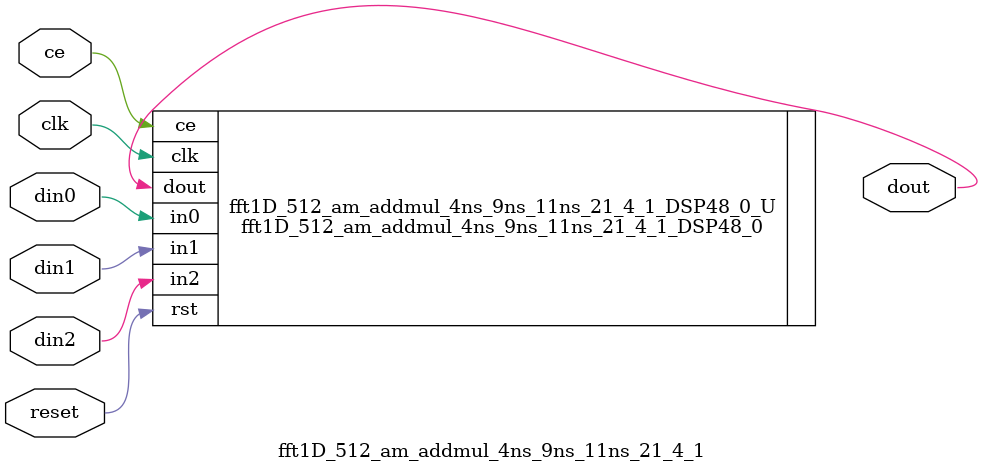
<source format=v>
module fft1D_512_am_addmul_4ns_9ns_11ns_21_4_1(clk,reset,ce,din0,din1,din2,dout); 
parameter ID = 32'd1;
parameter NUM_STAGE = 32'd1;
parameter din0_WIDTH = 32'd1;
parameter din1_WIDTH = 32'd1;
parameter din2_WIDTH = 32'd1;
parameter dout_WIDTH = 32'd1;
input clk;
input reset;
input ce;
input[din0_WIDTH - 1:0] din0;
input[din1_WIDTH - 1:0] din1;
input[din2_WIDTH - 1:0] din2;
output[dout_WIDTH - 1:0] dout;
fft1D_512_am_addmul_4ns_9ns_11ns_21_4_1_DSP48_0 fft1D_512_am_addmul_4ns_9ns_11ns_21_4_1_DSP48_0_U(.clk( clk ),.rst( reset ),.ce( ce ),.in0( din0 ),.in1( din1 ),.in2( din2 ),.dout( dout ));
endmodule
</source>
